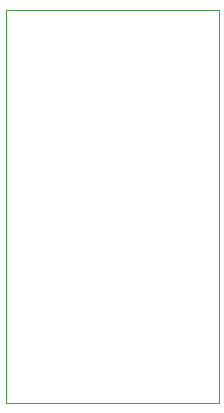
<source format=gbr>
%TF.GenerationSoftware,KiCad,Pcbnew,6.0.11-2627ca5db0~126~ubuntu22.04.1*%
%TF.CreationDate,2023-09-30T14:12:33+02:00*%
%TF.ProjectId,atmega328pb-nano,61746d65-6761-4333-9238-70622d6e616e,rev?*%
%TF.SameCoordinates,Original*%
%TF.FileFunction,Profile,NP*%
%FSLAX46Y46*%
G04 Gerber Fmt 4.6, Leading zero omitted, Abs format (unit mm)*
G04 Created by KiCad (PCBNEW 6.0.11-2627ca5db0~126~ubuntu22.04.1) date 2023-09-30 14:12:33*
%MOMM*%
%LPD*%
G01*
G04 APERTURE LIST*
%TA.AperFunction,Profile*%
%ADD10C,0.100000*%
%TD*%
G04 APERTURE END LIST*
D10*
X170600000Y-92450000D02*
X188600000Y-92450000D01*
X188600000Y-92450000D02*
X188600000Y-125650000D01*
X188600000Y-125650000D02*
X170600000Y-125650000D01*
X170600000Y-125650000D02*
X170600000Y-92450000D01*
M02*

</source>
